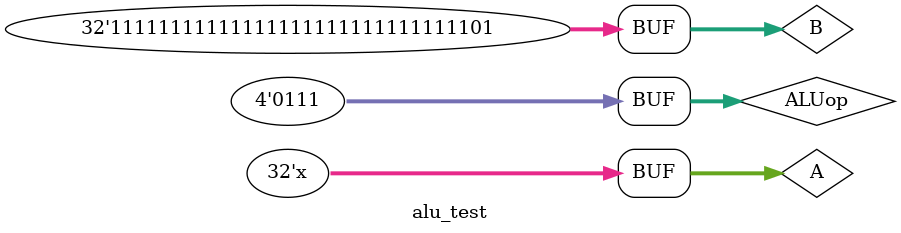
<source format=v>
`timescale 1ns / 1ps


module alu_test;

	// Inputs
	reg [31:0] A;
	reg [31:0] B;
	reg [3:0] ALUop;

	// Outputs
	wire [31:0] C;

	// Instantiate the Unit Under Test (UUT)
	ALU uut (
		.A(A), 
		.B(B), 
		.ALUop(ALUop), 
		.C(C)
	);

	initial begin
		// Initialize Inputs
		A = -6;
		B = -3;
		ALUop = 4'b0111;

		// Wait 100 ns for global reset to finish
		#100;
        
		// Add stimulus here

	end
      
		always #10 A = A + 1;
endmodule


</source>
